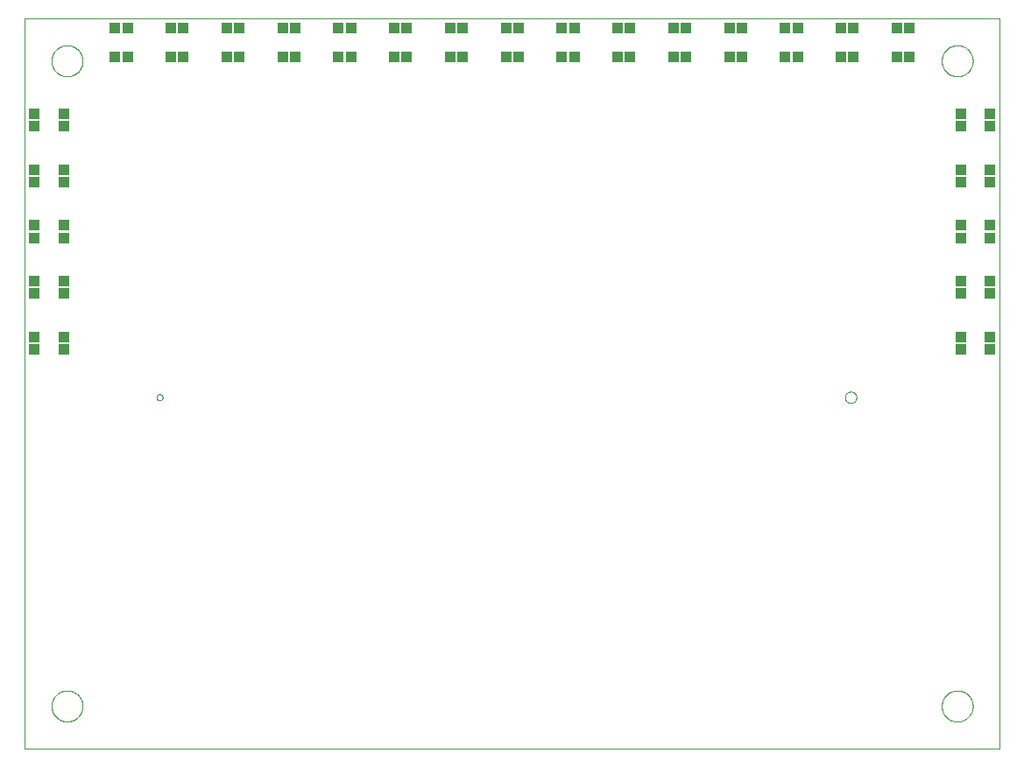
<source format=gtp>
G75*
%MOIN*%
%OFA0B0*%
%FSLAX25Y25*%
%IPPOS*%
%LPD*%
%AMOC8*
5,1,8,0,0,1.08239X$1,22.5*
%
%ADD10C,0.00000*%
%ADD11R,0.03937X0.04331*%
%ADD12R,0.04331X0.03937*%
D10*
X0007875Y0004375D02*
X0007875Y0282466D01*
X0379027Y0282466D01*
X0379027Y0004375D01*
X0007875Y0004375D01*
X0018219Y0020625D02*
X0018221Y0020778D01*
X0018227Y0020932D01*
X0018237Y0021085D01*
X0018251Y0021237D01*
X0018269Y0021390D01*
X0018291Y0021541D01*
X0018316Y0021692D01*
X0018346Y0021843D01*
X0018380Y0021993D01*
X0018417Y0022141D01*
X0018458Y0022289D01*
X0018503Y0022435D01*
X0018552Y0022581D01*
X0018605Y0022725D01*
X0018661Y0022867D01*
X0018721Y0023008D01*
X0018785Y0023148D01*
X0018852Y0023286D01*
X0018923Y0023422D01*
X0018998Y0023556D01*
X0019075Y0023688D01*
X0019157Y0023818D01*
X0019241Y0023946D01*
X0019329Y0024072D01*
X0019420Y0024195D01*
X0019514Y0024316D01*
X0019612Y0024434D01*
X0019712Y0024550D01*
X0019816Y0024663D01*
X0019922Y0024774D01*
X0020031Y0024882D01*
X0020143Y0024987D01*
X0020257Y0025088D01*
X0020375Y0025187D01*
X0020494Y0025283D01*
X0020616Y0025376D01*
X0020741Y0025465D01*
X0020868Y0025552D01*
X0020997Y0025634D01*
X0021128Y0025714D01*
X0021261Y0025790D01*
X0021396Y0025863D01*
X0021533Y0025932D01*
X0021672Y0025997D01*
X0021812Y0026059D01*
X0021954Y0026117D01*
X0022097Y0026172D01*
X0022242Y0026223D01*
X0022388Y0026270D01*
X0022535Y0026313D01*
X0022683Y0026352D01*
X0022832Y0026388D01*
X0022982Y0026419D01*
X0023133Y0026447D01*
X0023284Y0026471D01*
X0023437Y0026491D01*
X0023589Y0026507D01*
X0023742Y0026519D01*
X0023895Y0026527D01*
X0024048Y0026531D01*
X0024202Y0026531D01*
X0024355Y0026527D01*
X0024508Y0026519D01*
X0024661Y0026507D01*
X0024813Y0026491D01*
X0024966Y0026471D01*
X0025117Y0026447D01*
X0025268Y0026419D01*
X0025418Y0026388D01*
X0025567Y0026352D01*
X0025715Y0026313D01*
X0025862Y0026270D01*
X0026008Y0026223D01*
X0026153Y0026172D01*
X0026296Y0026117D01*
X0026438Y0026059D01*
X0026578Y0025997D01*
X0026717Y0025932D01*
X0026854Y0025863D01*
X0026989Y0025790D01*
X0027122Y0025714D01*
X0027253Y0025634D01*
X0027382Y0025552D01*
X0027509Y0025465D01*
X0027634Y0025376D01*
X0027756Y0025283D01*
X0027875Y0025187D01*
X0027993Y0025088D01*
X0028107Y0024987D01*
X0028219Y0024882D01*
X0028328Y0024774D01*
X0028434Y0024663D01*
X0028538Y0024550D01*
X0028638Y0024434D01*
X0028736Y0024316D01*
X0028830Y0024195D01*
X0028921Y0024072D01*
X0029009Y0023946D01*
X0029093Y0023818D01*
X0029175Y0023688D01*
X0029252Y0023556D01*
X0029327Y0023422D01*
X0029398Y0023286D01*
X0029465Y0023148D01*
X0029529Y0023008D01*
X0029589Y0022867D01*
X0029645Y0022725D01*
X0029698Y0022581D01*
X0029747Y0022435D01*
X0029792Y0022289D01*
X0029833Y0022141D01*
X0029870Y0021993D01*
X0029904Y0021843D01*
X0029934Y0021692D01*
X0029959Y0021541D01*
X0029981Y0021390D01*
X0029999Y0021237D01*
X0030013Y0021085D01*
X0030023Y0020932D01*
X0030029Y0020778D01*
X0030031Y0020625D01*
X0030029Y0020472D01*
X0030023Y0020318D01*
X0030013Y0020165D01*
X0029999Y0020013D01*
X0029981Y0019860D01*
X0029959Y0019709D01*
X0029934Y0019558D01*
X0029904Y0019407D01*
X0029870Y0019257D01*
X0029833Y0019109D01*
X0029792Y0018961D01*
X0029747Y0018815D01*
X0029698Y0018669D01*
X0029645Y0018525D01*
X0029589Y0018383D01*
X0029529Y0018242D01*
X0029465Y0018102D01*
X0029398Y0017964D01*
X0029327Y0017828D01*
X0029252Y0017694D01*
X0029175Y0017562D01*
X0029093Y0017432D01*
X0029009Y0017304D01*
X0028921Y0017178D01*
X0028830Y0017055D01*
X0028736Y0016934D01*
X0028638Y0016816D01*
X0028538Y0016700D01*
X0028434Y0016587D01*
X0028328Y0016476D01*
X0028219Y0016368D01*
X0028107Y0016263D01*
X0027993Y0016162D01*
X0027875Y0016063D01*
X0027756Y0015967D01*
X0027634Y0015874D01*
X0027509Y0015785D01*
X0027382Y0015698D01*
X0027253Y0015616D01*
X0027122Y0015536D01*
X0026989Y0015460D01*
X0026854Y0015387D01*
X0026717Y0015318D01*
X0026578Y0015253D01*
X0026438Y0015191D01*
X0026296Y0015133D01*
X0026153Y0015078D01*
X0026008Y0015027D01*
X0025862Y0014980D01*
X0025715Y0014937D01*
X0025567Y0014898D01*
X0025418Y0014862D01*
X0025268Y0014831D01*
X0025117Y0014803D01*
X0024966Y0014779D01*
X0024813Y0014759D01*
X0024661Y0014743D01*
X0024508Y0014731D01*
X0024355Y0014723D01*
X0024202Y0014719D01*
X0024048Y0014719D01*
X0023895Y0014723D01*
X0023742Y0014731D01*
X0023589Y0014743D01*
X0023437Y0014759D01*
X0023284Y0014779D01*
X0023133Y0014803D01*
X0022982Y0014831D01*
X0022832Y0014862D01*
X0022683Y0014898D01*
X0022535Y0014937D01*
X0022388Y0014980D01*
X0022242Y0015027D01*
X0022097Y0015078D01*
X0021954Y0015133D01*
X0021812Y0015191D01*
X0021672Y0015253D01*
X0021533Y0015318D01*
X0021396Y0015387D01*
X0021261Y0015460D01*
X0021128Y0015536D01*
X0020997Y0015616D01*
X0020868Y0015698D01*
X0020741Y0015785D01*
X0020616Y0015874D01*
X0020494Y0015967D01*
X0020375Y0016063D01*
X0020257Y0016162D01*
X0020143Y0016263D01*
X0020031Y0016368D01*
X0019922Y0016476D01*
X0019816Y0016587D01*
X0019712Y0016700D01*
X0019612Y0016816D01*
X0019514Y0016934D01*
X0019420Y0017055D01*
X0019329Y0017178D01*
X0019241Y0017304D01*
X0019157Y0017432D01*
X0019075Y0017562D01*
X0018998Y0017694D01*
X0018923Y0017828D01*
X0018852Y0017964D01*
X0018785Y0018102D01*
X0018721Y0018242D01*
X0018661Y0018383D01*
X0018605Y0018525D01*
X0018552Y0018669D01*
X0018503Y0018815D01*
X0018458Y0018961D01*
X0018417Y0019109D01*
X0018380Y0019257D01*
X0018346Y0019407D01*
X0018316Y0019558D01*
X0018291Y0019709D01*
X0018269Y0019860D01*
X0018251Y0020013D01*
X0018237Y0020165D01*
X0018227Y0020318D01*
X0018221Y0020472D01*
X0018219Y0020625D01*
X0058136Y0138125D02*
X0058138Y0138194D01*
X0058144Y0138262D01*
X0058154Y0138330D01*
X0058168Y0138397D01*
X0058186Y0138464D01*
X0058207Y0138529D01*
X0058233Y0138593D01*
X0058262Y0138655D01*
X0058294Y0138715D01*
X0058330Y0138774D01*
X0058370Y0138830D01*
X0058412Y0138884D01*
X0058458Y0138935D01*
X0058507Y0138984D01*
X0058558Y0139030D01*
X0058612Y0139072D01*
X0058668Y0139112D01*
X0058726Y0139148D01*
X0058787Y0139180D01*
X0058849Y0139209D01*
X0058913Y0139235D01*
X0058978Y0139256D01*
X0059045Y0139274D01*
X0059112Y0139288D01*
X0059180Y0139298D01*
X0059248Y0139304D01*
X0059317Y0139306D01*
X0059386Y0139304D01*
X0059454Y0139298D01*
X0059522Y0139288D01*
X0059589Y0139274D01*
X0059656Y0139256D01*
X0059721Y0139235D01*
X0059785Y0139209D01*
X0059847Y0139180D01*
X0059907Y0139148D01*
X0059966Y0139112D01*
X0060022Y0139072D01*
X0060076Y0139030D01*
X0060127Y0138984D01*
X0060176Y0138935D01*
X0060222Y0138884D01*
X0060264Y0138830D01*
X0060304Y0138774D01*
X0060340Y0138715D01*
X0060372Y0138655D01*
X0060401Y0138593D01*
X0060427Y0138529D01*
X0060448Y0138464D01*
X0060466Y0138397D01*
X0060480Y0138330D01*
X0060490Y0138262D01*
X0060496Y0138194D01*
X0060498Y0138125D01*
X0060496Y0138056D01*
X0060490Y0137988D01*
X0060480Y0137920D01*
X0060466Y0137853D01*
X0060448Y0137786D01*
X0060427Y0137721D01*
X0060401Y0137657D01*
X0060372Y0137595D01*
X0060340Y0137534D01*
X0060304Y0137476D01*
X0060264Y0137420D01*
X0060222Y0137366D01*
X0060176Y0137315D01*
X0060127Y0137266D01*
X0060076Y0137220D01*
X0060022Y0137178D01*
X0059966Y0137138D01*
X0059908Y0137102D01*
X0059847Y0137070D01*
X0059785Y0137041D01*
X0059721Y0137015D01*
X0059656Y0136994D01*
X0059589Y0136976D01*
X0059522Y0136962D01*
X0059454Y0136952D01*
X0059386Y0136946D01*
X0059317Y0136944D01*
X0059248Y0136946D01*
X0059180Y0136952D01*
X0059112Y0136962D01*
X0059045Y0136976D01*
X0058978Y0136994D01*
X0058913Y0137015D01*
X0058849Y0137041D01*
X0058787Y0137070D01*
X0058726Y0137102D01*
X0058668Y0137138D01*
X0058612Y0137178D01*
X0058558Y0137220D01*
X0058507Y0137266D01*
X0058458Y0137315D01*
X0058412Y0137366D01*
X0058370Y0137420D01*
X0058330Y0137476D01*
X0058294Y0137534D01*
X0058262Y0137595D01*
X0058233Y0137657D01*
X0058207Y0137721D01*
X0058186Y0137786D01*
X0058168Y0137853D01*
X0058154Y0137920D01*
X0058144Y0137988D01*
X0058138Y0138056D01*
X0058136Y0138125D01*
X0320144Y0138125D02*
X0320146Y0138218D01*
X0320152Y0138310D01*
X0320162Y0138402D01*
X0320176Y0138493D01*
X0320193Y0138584D01*
X0320215Y0138674D01*
X0320240Y0138763D01*
X0320269Y0138851D01*
X0320302Y0138937D01*
X0320339Y0139022D01*
X0320379Y0139106D01*
X0320423Y0139187D01*
X0320470Y0139267D01*
X0320520Y0139345D01*
X0320574Y0139420D01*
X0320631Y0139493D01*
X0320691Y0139563D01*
X0320754Y0139631D01*
X0320820Y0139696D01*
X0320888Y0139758D01*
X0320959Y0139818D01*
X0321033Y0139874D01*
X0321109Y0139927D01*
X0321187Y0139976D01*
X0321267Y0140023D01*
X0321349Y0140065D01*
X0321433Y0140105D01*
X0321518Y0140140D01*
X0321605Y0140172D01*
X0321693Y0140201D01*
X0321782Y0140225D01*
X0321872Y0140246D01*
X0321963Y0140262D01*
X0322055Y0140275D01*
X0322147Y0140284D01*
X0322240Y0140289D01*
X0322332Y0140290D01*
X0322425Y0140287D01*
X0322517Y0140280D01*
X0322609Y0140269D01*
X0322700Y0140254D01*
X0322791Y0140236D01*
X0322881Y0140213D01*
X0322969Y0140187D01*
X0323057Y0140157D01*
X0323143Y0140123D01*
X0323227Y0140086D01*
X0323310Y0140044D01*
X0323391Y0140000D01*
X0323471Y0139952D01*
X0323548Y0139901D01*
X0323622Y0139846D01*
X0323695Y0139788D01*
X0323765Y0139728D01*
X0323832Y0139664D01*
X0323896Y0139598D01*
X0323958Y0139528D01*
X0324016Y0139457D01*
X0324071Y0139383D01*
X0324123Y0139306D01*
X0324172Y0139227D01*
X0324218Y0139147D01*
X0324260Y0139064D01*
X0324298Y0138980D01*
X0324333Y0138894D01*
X0324364Y0138807D01*
X0324391Y0138719D01*
X0324414Y0138629D01*
X0324434Y0138539D01*
X0324450Y0138448D01*
X0324462Y0138356D01*
X0324470Y0138264D01*
X0324474Y0138171D01*
X0324474Y0138079D01*
X0324470Y0137986D01*
X0324462Y0137894D01*
X0324450Y0137802D01*
X0324434Y0137711D01*
X0324414Y0137621D01*
X0324391Y0137531D01*
X0324364Y0137443D01*
X0324333Y0137356D01*
X0324298Y0137270D01*
X0324260Y0137186D01*
X0324218Y0137103D01*
X0324172Y0137023D01*
X0324123Y0136944D01*
X0324071Y0136867D01*
X0324016Y0136793D01*
X0323958Y0136722D01*
X0323896Y0136652D01*
X0323832Y0136586D01*
X0323765Y0136522D01*
X0323695Y0136462D01*
X0323622Y0136404D01*
X0323548Y0136349D01*
X0323471Y0136298D01*
X0323392Y0136250D01*
X0323310Y0136206D01*
X0323227Y0136164D01*
X0323143Y0136127D01*
X0323057Y0136093D01*
X0322969Y0136063D01*
X0322881Y0136037D01*
X0322791Y0136014D01*
X0322700Y0135996D01*
X0322609Y0135981D01*
X0322517Y0135970D01*
X0322425Y0135963D01*
X0322332Y0135960D01*
X0322240Y0135961D01*
X0322147Y0135966D01*
X0322055Y0135975D01*
X0321963Y0135988D01*
X0321872Y0136004D01*
X0321782Y0136025D01*
X0321693Y0136049D01*
X0321605Y0136078D01*
X0321518Y0136110D01*
X0321433Y0136145D01*
X0321349Y0136185D01*
X0321267Y0136227D01*
X0321187Y0136274D01*
X0321109Y0136323D01*
X0321033Y0136376D01*
X0320959Y0136432D01*
X0320888Y0136492D01*
X0320820Y0136554D01*
X0320754Y0136619D01*
X0320691Y0136687D01*
X0320631Y0136757D01*
X0320574Y0136830D01*
X0320520Y0136905D01*
X0320470Y0136983D01*
X0320423Y0137063D01*
X0320379Y0137144D01*
X0320339Y0137228D01*
X0320302Y0137313D01*
X0320269Y0137399D01*
X0320240Y0137487D01*
X0320215Y0137576D01*
X0320193Y0137666D01*
X0320176Y0137757D01*
X0320162Y0137848D01*
X0320152Y0137940D01*
X0320146Y0138032D01*
X0320144Y0138125D01*
X0356969Y0020625D02*
X0356971Y0020778D01*
X0356977Y0020932D01*
X0356987Y0021085D01*
X0357001Y0021237D01*
X0357019Y0021390D01*
X0357041Y0021541D01*
X0357066Y0021692D01*
X0357096Y0021843D01*
X0357130Y0021993D01*
X0357167Y0022141D01*
X0357208Y0022289D01*
X0357253Y0022435D01*
X0357302Y0022581D01*
X0357355Y0022725D01*
X0357411Y0022867D01*
X0357471Y0023008D01*
X0357535Y0023148D01*
X0357602Y0023286D01*
X0357673Y0023422D01*
X0357748Y0023556D01*
X0357825Y0023688D01*
X0357907Y0023818D01*
X0357991Y0023946D01*
X0358079Y0024072D01*
X0358170Y0024195D01*
X0358264Y0024316D01*
X0358362Y0024434D01*
X0358462Y0024550D01*
X0358566Y0024663D01*
X0358672Y0024774D01*
X0358781Y0024882D01*
X0358893Y0024987D01*
X0359007Y0025088D01*
X0359125Y0025187D01*
X0359244Y0025283D01*
X0359366Y0025376D01*
X0359491Y0025465D01*
X0359618Y0025552D01*
X0359747Y0025634D01*
X0359878Y0025714D01*
X0360011Y0025790D01*
X0360146Y0025863D01*
X0360283Y0025932D01*
X0360422Y0025997D01*
X0360562Y0026059D01*
X0360704Y0026117D01*
X0360847Y0026172D01*
X0360992Y0026223D01*
X0361138Y0026270D01*
X0361285Y0026313D01*
X0361433Y0026352D01*
X0361582Y0026388D01*
X0361732Y0026419D01*
X0361883Y0026447D01*
X0362034Y0026471D01*
X0362187Y0026491D01*
X0362339Y0026507D01*
X0362492Y0026519D01*
X0362645Y0026527D01*
X0362798Y0026531D01*
X0362952Y0026531D01*
X0363105Y0026527D01*
X0363258Y0026519D01*
X0363411Y0026507D01*
X0363563Y0026491D01*
X0363716Y0026471D01*
X0363867Y0026447D01*
X0364018Y0026419D01*
X0364168Y0026388D01*
X0364317Y0026352D01*
X0364465Y0026313D01*
X0364612Y0026270D01*
X0364758Y0026223D01*
X0364903Y0026172D01*
X0365046Y0026117D01*
X0365188Y0026059D01*
X0365328Y0025997D01*
X0365467Y0025932D01*
X0365604Y0025863D01*
X0365739Y0025790D01*
X0365872Y0025714D01*
X0366003Y0025634D01*
X0366132Y0025552D01*
X0366259Y0025465D01*
X0366384Y0025376D01*
X0366506Y0025283D01*
X0366625Y0025187D01*
X0366743Y0025088D01*
X0366857Y0024987D01*
X0366969Y0024882D01*
X0367078Y0024774D01*
X0367184Y0024663D01*
X0367288Y0024550D01*
X0367388Y0024434D01*
X0367486Y0024316D01*
X0367580Y0024195D01*
X0367671Y0024072D01*
X0367759Y0023946D01*
X0367843Y0023818D01*
X0367925Y0023688D01*
X0368002Y0023556D01*
X0368077Y0023422D01*
X0368148Y0023286D01*
X0368215Y0023148D01*
X0368279Y0023008D01*
X0368339Y0022867D01*
X0368395Y0022725D01*
X0368448Y0022581D01*
X0368497Y0022435D01*
X0368542Y0022289D01*
X0368583Y0022141D01*
X0368620Y0021993D01*
X0368654Y0021843D01*
X0368684Y0021692D01*
X0368709Y0021541D01*
X0368731Y0021390D01*
X0368749Y0021237D01*
X0368763Y0021085D01*
X0368773Y0020932D01*
X0368779Y0020778D01*
X0368781Y0020625D01*
X0368779Y0020472D01*
X0368773Y0020318D01*
X0368763Y0020165D01*
X0368749Y0020013D01*
X0368731Y0019860D01*
X0368709Y0019709D01*
X0368684Y0019558D01*
X0368654Y0019407D01*
X0368620Y0019257D01*
X0368583Y0019109D01*
X0368542Y0018961D01*
X0368497Y0018815D01*
X0368448Y0018669D01*
X0368395Y0018525D01*
X0368339Y0018383D01*
X0368279Y0018242D01*
X0368215Y0018102D01*
X0368148Y0017964D01*
X0368077Y0017828D01*
X0368002Y0017694D01*
X0367925Y0017562D01*
X0367843Y0017432D01*
X0367759Y0017304D01*
X0367671Y0017178D01*
X0367580Y0017055D01*
X0367486Y0016934D01*
X0367388Y0016816D01*
X0367288Y0016700D01*
X0367184Y0016587D01*
X0367078Y0016476D01*
X0366969Y0016368D01*
X0366857Y0016263D01*
X0366743Y0016162D01*
X0366625Y0016063D01*
X0366506Y0015967D01*
X0366384Y0015874D01*
X0366259Y0015785D01*
X0366132Y0015698D01*
X0366003Y0015616D01*
X0365872Y0015536D01*
X0365739Y0015460D01*
X0365604Y0015387D01*
X0365467Y0015318D01*
X0365328Y0015253D01*
X0365188Y0015191D01*
X0365046Y0015133D01*
X0364903Y0015078D01*
X0364758Y0015027D01*
X0364612Y0014980D01*
X0364465Y0014937D01*
X0364317Y0014898D01*
X0364168Y0014862D01*
X0364018Y0014831D01*
X0363867Y0014803D01*
X0363716Y0014779D01*
X0363563Y0014759D01*
X0363411Y0014743D01*
X0363258Y0014731D01*
X0363105Y0014723D01*
X0362952Y0014719D01*
X0362798Y0014719D01*
X0362645Y0014723D01*
X0362492Y0014731D01*
X0362339Y0014743D01*
X0362187Y0014759D01*
X0362034Y0014779D01*
X0361883Y0014803D01*
X0361732Y0014831D01*
X0361582Y0014862D01*
X0361433Y0014898D01*
X0361285Y0014937D01*
X0361138Y0014980D01*
X0360992Y0015027D01*
X0360847Y0015078D01*
X0360704Y0015133D01*
X0360562Y0015191D01*
X0360422Y0015253D01*
X0360283Y0015318D01*
X0360146Y0015387D01*
X0360011Y0015460D01*
X0359878Y0015536D01*
X0359747Y0015616D01*
X0359618Y0015698D01*
X0359491Y0015785D01*
X0359366Y0015874D01*
X0359244Y0015967D01*
X0359125Y0016063D01*
X0359007Y0016162D01*
X0358893Y0016263D01*
X0358781Y0016368D01*
X0358672Y0016476D01*
X0358566Y0016587D01*
X0358462Y0016700D01*
X0358362Y0016816D01*
X0358264Y0016934D01*
X0358170Y0017055D01*
X0358079Y0017178D01*
X0357991Y0017304D01*
X0357907Y0017432D01*
X0357825Y0017562D01*
X0357748Y0017694D01*
X0357673Y0017828D01*
X0357602Y0017964D01*
X0357535Y0018102D01*
X0357471Y0018242D01*
X0357411Y0018383D01*
X0357355Y0018525D01*
X0357302Y0018669D01*
X0357253Y0018815D01*
X0357208Y0018961D01*
X0357167Y0019109D01*
X0357130Y0019257D01*
X0357096Y0019407D01*
X0357066Y0019558D01*
X0357041Y0019709D01*
X0357019Y0019860D01*
X0357001Y0020013D01*
X0356987Y0020165D01*
X0356977Y0020318D01*
X0356971Y0020472D01*
X0356969Y0020625D01*
X0356969Y0266250D02*
X0356971Y0266403D01*
X0356977Y0266557D01*
X0356987Y0266710D01*
X0357001Y0266862D01*
X0357019Y0267015D01*
X0357041Y0267166D01*
X0357066Y0267317D01*
X0357096Y0267468D01*
X0357130Y0267618D01*
X0357167Y0267766D01*
X0357208Y0267914D01*
X0357253Y0268060D01*
X0357302Y0268206D01*
X0357355Y0268350D01*
X0357411Y0268492D01*
X0357471Y0268633D01*
X0357535Y0268773D01*
X0357602Y0268911D01*
X0357673Y0269047D01*
X0357748Y0269181D01*
X0357825Y0269313D01*
X0357907Y0269443D01*
X0357991Y0269571D01*
X0358079Y0269697D01*
X0358170Y0269820D01*
X0358264Y0269941D01*
X0358362Y0270059D01*
X0358462Y0270175D01*
X0358566Y0270288D01*
X0358672Y0270399D01*
X0358781Y0270507D01*
X0358893Y0270612D01*
X0359007Y0270713D01*
X0359125Y0270812D01*
X0359244Y0270908D01*
X0359366Y0271001D01*
X0359491Y0271090D01*
X0359618Y0271177D01*
X0359747Y0271259D01*
X0359878Y0271339D01*
X0360011Y0271415D01*
X0360146Y0271488D01*
X0360283Y0271557D01*
X0360422Y0271622D01*
X0360562Y0271684D01*
X0360704Y0271742D01*
X0360847Y0271797D01*
X0360992Y0271848D01*
X0361138Y0271895D01*
X0361285Y0271938D01*
X0361433Y0271977D01*
X0361582Y0272013D01*
X0361732Y0272044D01*
X0361883Y0272072D01*
X0362034Y0272096D01*
X0362187Y0272116D01*
X0362339Y0272132D01*
X0362492Y0272144D01*
X0362645Y0272152D01*
X0362798Y0272156D01*
X0362952Y0272156D01*
X0363105Y0272152D01*
X0363258Y0272144D01*
X0363411Y0272132D01*
X0363563Y0272116D01*
X0363716Y0272096D01*
X0363867Y0272072D01*
X0364018Y0272044D01*
X0364168Y0272013D01*
X0364317Y0271977D01*
X0364465Y0271938D01*
X0364612Y0271895D01*
X0364758Y0271848D01*
X0364903Y0271797D01*
X0365046Y0271742D01*
X0365188Y0271684D01*
X0365328Y0271622D01*
X0365467Y0271557D01*
X0365604Y0271488D01*
X0365739Y0271415D01*
X0365872Y0271339D01*
X0366003Y0271259D01*
X0366132Y0271177D01*
X0366259Y0271090D01*
X0366384Y0271001D01*
X0366506Y0270908D01*
X0366625Y0270812D01*
X0366743Y0270713D01*
X0366857Y0270612D01*
X0366969Y0270507D01*
X0367078Y0270399D01*
X0367184Y0270288D01*
X0367288Y0270175D01*
X0367388Y0270059D01*
X0367486Y0269941D01*
X0367580Y0269820D01*
X0367671Y0269697D01*
X0367759Y0269571D01*
X0367843Y0269443D01*
X0367925Y0269313D01*
X0368002Y0269181D01*
X0368077Y0269047D01*
X0368148Y0268911D01*
X0368215Y0268773D01*
X0368279Y0268633D01*
X0368339Y0268492D01*
X0368395Y0268350D01*
X0368448Y0268206D01*
X0368497Y0268060D01*
X0368542Y0267914D01*
X0368583Y0267766D01*
X0368620Y0267618D01*
X0368654Y0267468D01*
X0368684Y0267317D01*
X0368709Y0267166D01*
X0368731Y0267015D01*
X0368749Y0266862D01*
X0368763Y0266710D01*
X0368773Y0266557D01*
X0368779Y0266403D01*
X0368781Y0266250D01*
X0368779Y0266097D01*
X0368773Y0265943D01*
X0368763Y0265790D01*
X0368749Y0265638D01*
X0368731Y0265485D01*
X0368709Y0265334D01*
X0368684Y0265183D01*
X0368654Y0265032D01*
X0368620Y0264882D01*
X0368583Y0264734D01*
X0368542Y0264586D01*
X0368497Y0264440D01*
X0368448Y0264294D01*
X0368395Y0264150D01*
X0368339Y0264008D01*
X0368279Y0263867D01*
X0368215Y0263727D01*
X0368148Y0263589D01*
X0368077Y0263453D01*
X0368002Y0263319D01*
X0367925Y0263187D01*
X0367843Y0263057D01*
X0367759Y0262929D01*
X0367671Y0262803D01*
X0367580Y0262680D01*
X0367486Y0262559D01*
X0367388Y0262441D01*
X0367288Y0262325D01*
X0367184Y0262212D01*
X0367078Y0262101D01*
X0366969Y0261993D01*
X0366857Y0261888D01*
X0366743Y0261787D01*
X0366625Y0261688D01*
X0366506Y0261592D01*
X0366384Y0261499D01*
X0366259Y0261410D01*
X0366132Y0261323D01*
X0366003Y0261241D01*
X0365872Y0261161D01*
X0365739Y0261085D01*
X0365604Y0261012D01*
X0365467Y0260943D01*
X0365328Y0260878D01*
X0365188Y0260816D01*
X0365046Y0260758D01*
X0364903Y0260703D01*
X0364758Y0260652D01*
X0364612Y0260605D01*
X0364465Y0260562D01*
X0364317Y0260523D01*
X0364168Y0260487D01*
X0364018Y0260456D01*
X0363867Y0260428D01*
X0363716Y0260404D01*
X0363563Y0260384D01*
X0363411Y0260368D01*
X0363258Y0260356D01*
X0363105Y0260348D01*
X0362952Y0260344D01*
X0362798Y0260344D01*
X0362645Y0260348D01*
X0362492Y0260356D01*
X0362339Y0260368D01*
X0362187Y0260384D01*
X0362034Y0260404D01*
X0361883Y0260428D01*
X0361732Y0260456D01*
X0361582Y0260487D01*
X0361433Y0260523D01*
X0361285Y0260562D01*
X0361138Y0260605D01*
X0360992Y0260652D01*
X0360847Y0260703D01*
X0360704Y0260758D01*
X0360562Y0260816D01*
X0360422Y0260878D01*
X0360283Y0260943D01*
X0360146Y0261012D01*
X0360011Y0261085D01*
X0359878Y0261161D01*
X0359747Y0261241D01*
X0359618Y0261323D01*
X0359491Y0261410D01*
X0359366Y0261499D01*
X0359244Y0261592D01*
X0359125Y0261688D01*
X0359007Y0261787D01*
X0358893Y0261888D01*
X0358781Y0261993D01*
X0358672Y0262101D01*
X0358566Y0262212D01*
X0358462Y0262325D01*
X0358362Y0262441D01*
X0358264Y0262559D01*
X0358170Y0262680D01*
X0358079Y0262803D01*
X0357991Y0262929D01*
X0357907Y0263057D01*
X0357825Y0263187D01*
X0357748Y0263319D01*
X0357673Y0263453D01*
X0357602Y0263589D01*
X0357535Y0263727D01*
X0357471Y0263867D01*
X0357411Y0264008D01*
X0357355Y0264150D01*
X0357302Y0264294D01*
X0357253Y0264440D01*
X0357208Y0264586D01*
X0357167Y0264734D01*
X0357130Y0264882D01*
X0357096Y0265032D01*
X0357066Y0265183D01*
X0357041Y0265334D01*
X0357019Y0265485D01*
X0357001Y0265638D01*
X0356987Y0265790D01*
X0356977Y0265943D01*
X0356971Y0266097D01*
X0356969Y0266250D01*
X0018219Y0266250D02*
X0018221Y0266403D01*
X0018227Y0266557D01*
X0018237Y0266710D01*
X0018251Y0266862D01*
X0018269Y0267015D01*
X0018291Y0267166D01*
X0018316Y0267317D01*
X0018346Y0267468D01*
X0018380Y0267618D01*
X0018417Y0267766D01*
X0018458Y0267914D01*
X0018503Y0268060D01*
X0018552Y0268206D01*
X0018605Y0268350D01*
X0018661Y0268492D01*
X0018721Y0268633D01*
X0018785Y0268773D01*
X0018852Y0268911D01*
X0018923Y0269047D01*
X0018998Y0269181D01*
X0019075Y0269313D01*
X0019157Y0269443D01*
X0019241Y0269571D01*
X0019329Y0269697D01*
X0019420Y0269820D01*
X0019514Y0269941D01*
X0019612Y0270059D01*
X0019712Y0270175D01*
X0019816Y0270288D01*
X0019922Y0270399D01*
X0020031Y0270507D01*
X0020143Y0270612D01*
X0020257Y0270713D01*
X0020375Y0270812D01*
X0020494Y0270908D01*
X0020616Y0271001D01*
X0020741Y0271090D01*
X0020868Y0271177D01*
X0020997Y0271259D01*
X0021128Y0271339D01*
X0021261Y0271415D01*
X0021396Y0271488D01*
X0021533Y0271557D01*
X0021672Y0271622D01*
X0021812Y0271684D01*
X0021954Y0271742D01*
X0022097Y0271797D01*
X0022242Y0271848D01*
X0022388Y0271895D01*
X0022535Y0271938D01*
X0022683Y0271977D01*
X0022832Y0272013D01*
X0022982Y0272044D01*
X0023133Y0272072D01*
X0023284Y0272096D01*
X0023437Y0272116D01*
X0023589Y0272132D01*
X0023742Y0272144D01*
X0023895Y0272152D01*
X0024048Y0272156D01*
X0024202Y0272156D01*
X0024355Y0272152D01*
X0024508Y0272144D01*
X0024661Y0272132D01*
X0024813Y0272116D01*
X0024966Y0272096D01*
X0025117Y0272072D01*
X0025268Y0272044D01*
X0025418Y0272013D01*
X0025567Y0271977D01*
X0025715Y0271938D01*
X0025862Y0271895D01*
X0026008Y0271848D01*
X0026153Y0271797D01*
X0026296Y0271742D01*
X0026438Y0271684D01*
X0026578Y0271622D01*
X0026717Y0271557D01*
X0026854Y0271488D01*
X0026989Y0271415D01*
X0027122Y0271339D01*
X0027253Y0271259D01*
X0027382Y0271177D01*
X0027509Y0271090D01*
X0027634Y0271001D01*
X0027756Y0270908D01*
X0027875Y0270812D01*
X0027993Y0270713D01*
X0028107Y0270612D01*
X0028219Y0270507D01*
X0028328Y0270399D01*
X0028434Y0270288D01*
X0028538Y0270175D01*
X0028638Y0270059D01*
X0028736Y0269941D01*
X0028830Y0269820D01*
X0028921Y0269697D01*
X0029009Y0269571D01*
X0029093Y0269443D01*
X0029175Y0269313D01*
X0029252Y0269181D01*
X0029327Y0269047D01*
X0029398Y0268911D01*
X0029465Y0268773D01*
X0029529Y0268633D01*
X0029589Y0268492D01*
X0029645Y0268350D01*
X0029698Y0268206D01*
X0029747Y0268060D01*
X0029792Y0267914D01*
X0029833Y0267766D01*
X0029870Y0267618D01*
X0029904Y0267468D01*
X0029934Y0267317D01*
X0029959Y0267166D01*
X0029981Y0267015D01*
X0029999Y0266862D01*
X0030013Y0266710D01*
X0030023Y0266557D01*
X0030029Y0266403D01*
X0030031Y0266250D01*
X0030029Y0266097D01*
X0030023Y0265943D01*
X0030013Y0265790D01*
X0029999Y0265638D01*
X0029981Y0265485D01*
X0029959Y0265334D01*
X0029934Y0265183D01*
X0029904Y0265032D01*
X0029870Y0264882D01*
X0029833Y0264734D01*
X0029792Y0264586D01*
X0029747Y0264440D01*
X0029698Y0264294D01*
X0029645Y0264150D01*
X0029589Y0264008D01*
X0029529Y0263867D01*
X0029465Y0263727D01*
X0029398Y0263589D01*
X0029327Y0263453D01*
X0029252Y0263319D01*
X0029175Y0263187D01*
X0029093Y0263057D01*
X0029009Y0262929D01*
X0028921Y0262803D01*
X0028830Y0262680D01*
X0028736Y0262559D01*
X0028638Y0262441D01*
X0028538Y0262325D01*
X0028434Y0262212D01*
X0028328Y0262101D01*
X0028219Y0261993D01*
X0028107Y0261888D01*
X0027993Y0261787D01*
X0027875Y0261688D01*
X0027756Y0261592D01*
X0027634Y0261499D01*
X0027509Y0261410D01*
X0027382Y0261323D01*
X0027253Y0261241D01*
X0027122Y0261161D01*
X0026989Y0261085D01*
X0026854Y0261012D01*
X0026717Y0260943D01*
X0026578Y0260878D01*
X0026438Y0260816D01*
X0026296Y0260758D01*
X0026153Y0260703D01*
X0026008Y0260652D01*
X0025862Y0260605D01*
X0025715Y0260562D01*
X0025567Y0260523D01*
X0025418Y0260487D01*
X0025268Y0260456D01*
X0025117Y0260428D01*
X0024966Y0260404D01*
X0024813Y0260384D01*
X0024661Y0260368D01*
X0024508Y0260356D01*
X0024355Y0260348D01*
X0024202Y0260344D01*
X0024048Y0260344D01*
X0023895Y0260348D01*
X0023742Y0260356D01*
X0023589Y0260368D01*
X0023437Y0260384D01*
X0023284Y0260404D01*
X0023133Y0260428D01*
X0022982Y0260456D01*
X0022832Y0260487D01*
X0022683Y0260523D01*
X0022535Y0260562D01*
X0022388Y0260605D01*
X0022242Y0260652D01*
X0022097Y0260703D01*
X0021954Y0260758D01*
X0021812Y0260816D01*
X0021672Y0260878D01*
X0021533Y0260943D01*
X0021396Y0261012D01*
X0021261Y0261085D01*
X0021128Y0261161D01*
X0020997Y0261241D01*
X0020868Y0261323D01*
X0020741Y0261410D01*
X0020616Y0261499D01*
X0020494Y0261592D01*
X0020375Y0261688D01*
X0020257Y0261787D01*
X0020143Y0261888D01*
X0020031Y0261993D01*
X0019922Y0262101D01*
X0019816Y0262212D01*
X0019712Y0262325D01*
X0019612Y0262441D01*
X0019514Y0262559D01*
X0019420Y0262680D01*
X0019329Y0262803D01*
X0019241Y0262929D01*
X0019157Y0263057D01*
X0019075Y0263187D01*
X0018998Y0263319D01*
X0018923Y0263453D01*
X0018852Y0263589D01*
X0018785Y0263727D01*
X0018721Y0263867D01*
X0018661Y0264008D01*
X0018605Y0264150D01*
X0018552Y0264294D01*
X0018503Y0264440D01*
X0018458Y0264586D01*
X0018417Y0264734D01*
X0018380Y0264882D01*
X0018346Y0265032D01*
X0018316Y0265183D01*
X0018291Y0265334D01*
X0018269Y0265485D01*
X0018251Y0265638D01*
X0018237Y0265790D01*
X0018227Y0265943D01*
X0018221Y0266097D01*
X0018219Y0266250D01*
D11*
X0042388Y0267613D03*
X0047112Y0267613D03*
X0047112Y0278637D03*
X0042388Y0278637D03*
X0063638Y0278637D03*
X0068362Y0278637D03*
X0068362Y0267613D03*
X0063638Y0267613D03*
X0084888Y0267613D03*
X0089612Y0267613D03*
X0089612Y0278637D03*
X0084888Y0278637D03*
X0106138Y0278637D03*
X0110862Y0278637D03*
X0110862Y0267613D03*
X0106138Y0267613D03*
X0127388Y0267613D03*
X0132112Y0267613D03*
X0132112Y0278637D03*
X0127388Y0278637D03*
X0148638Y0278637D03*
X0153362Y0278637D03*
X0153362Y0267613D03*
X0148638Y0267613D03*
X0169888Y0267613D03*
X0174612Y0267613D03*
X0191138Y0267613D03*
X0195862Y0267613D03*
X0212388Y0267613D03*
X0217112Y0267613D03*
X0233638Y0267613D03*
X0238362Y0267613D03*
X0254888Y0267613D03*
X0259612Y0267613D03*
X0276138Y0267613D03*
X0280862Y0267613D03*
X0297388Y0267613D03*
X0302112Y0267613D03*
X0302112Y0278637D03*
X0297388Y0278637D03*
X0280862Y0278637D03*
X0276138Y0278637D03*
X0259612Y0278637D03*
X0254888Y0278637D03*
X0238362Y0278637D03*
X0233638Y0278637D03*
X0217112Y0278637D03*
X0212388Y0278637D03*
X0195862Y0278637D03*
X0191138Y0278637D03*
X0174612Y0278637D03*
X0169888Y0278637D03*
X0318638Y0278637D03*
X0323362Y0278637D03*
X0323362Y0267613D03*
X0318638Y0267613D03*
X0339888Y0267613D03*
X0344612Y0267613D03*
X0344612Y0278637D03*
X0339888Y0278637D03*
D12*
X0364238Y0246112D03*
X0364238Y0241388D03*
X0375262Y0241388D03*
X0375262Y0246112D03*
X0375262Y0224862D03*
X0375262Y0220138D03*
X0364238Y0220138D03*
X0364238Y0224862D03*
X0364238Y0203612D03*
X0364238Y0198888D03*
X0375262Y0198888D03*
X0375262Y0203612D03*
X0375262Y0182362D03*
X0375262Y0177638D03*
X0364238Y0177638D03*
X0364238Y0182362D03*
X0364238Y0161112D03*
X0364238Y0156388D03*
X0375262Y0156388D03*
X0375262Y0161112D03*
X0022762Y0161112D03*
X0022762Y0156388D03*
X0011738Y0156388D03*
X0011738Y0161112D03*
X0011738Y0177638D03*
X0011738Y0182362D03*
X0022762Y0182362D03*
X0022762Y0177638D03*
X0022762Y0198888D03*
X0022762Y0203612D03*
X0011738Y0203612D03*
X0011738Y0198888D03*
X0011738Y0220138D03*
X0011738Y0224862D03*
X0022762Y0224862D03*
X0022762Y0220138D03*
X0022762Y0241388D03*
X0022762Y0246112D03*
X0011738Y0246112D03*
X0011738Y0241388D03*
M02*

</source>
